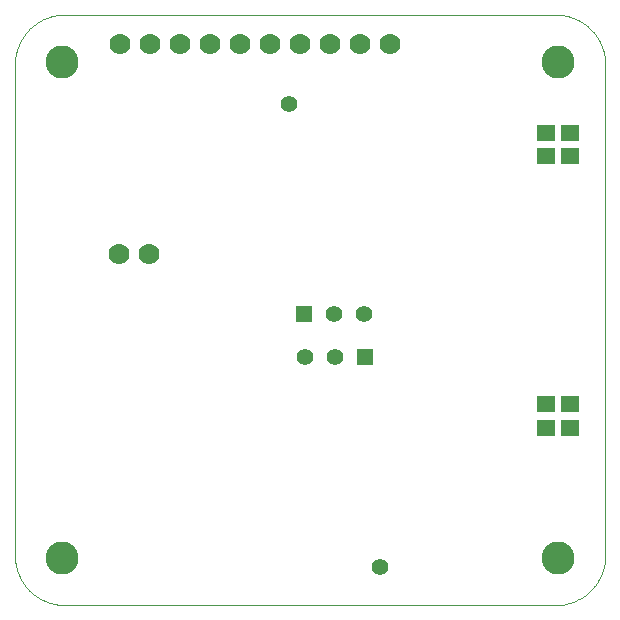
<source format=gbs>
G75*
%MOIN*%
%OFA0B0*%
%FSLAX25Y25*%
%IPPOS*%
%LPD*%
%AMOC8*
5,1,8,0,0,1.08239X$1,22.5*
%
%ADD10C,0.00000*%
%ADD11C,0.07000*%
%ADD12R,0.06306X0.05518*%
%ADD13C,0.05550*%
%ADD14R,0.05550X0.05550*%
%ADD15C,0.10636*%
%ADD16C,0.11024*%
D10*
X0001000Y0017703D02*
X0001000Y0181147D01*
X0011630Y0182102D02*
X0011632Y0182245D01*
X0011638Y0182388D01*
X0011648Y0182530D01*
X0011662Y0182672D01*
X0011680Y0182814D01*
X0011702Y0182956D01*
X0011727Y0183096D01*
X0011757Y0183236D01*
X0011791Y0183375D01*
X0011828Y0183513D01*
X0011870Y0183650D01*
X0011915Y0183785D01*
X0011964Y0183919D01*
X0012016Y0184052D01*
X0012072Y0184184D01*
X0012132Y0184313D01*
X0012196Y0184441D01*
X0012263Y0184568D01*
X0012334Y0184692D01*
X0012408Y0184814D01*
X0012485Y0184934D01*
X0012566Y0185052D01*
X0012650Y0185168D01*
X0012737Y0185281D01*
X0012827Y0185392D01*
X0012921Y0185500D01*
X0013017Y0185606D01*
X0013116Y0185708D01*
X0013219Y0185808D01*
X0013323Y0185905D01*
X0013431Y0186000D01*
X0013541Y0186091D01*
X0013654Y0186179D01*
X0013769Y0186263D01*
X0013886Y0186345D01*
X0014006Y0186423D01*
X0014127Y0186498D01*
X0014251Y0186570D01*
X0014377Y0186638D01*
X0014504Y0186702D01*
X0014634Y0186763D01*
X0014765Y0186820D01*
X0014897Y0186874D01*
X0015031Y0186923D01*
X0015166Y0186970D01*
X0015303Y0187012D01*
X0015441Y0187050D01*
X0015579Y0187085D01*
X0015719Y0187115D01*
X0015859Y0187142D01*
X0016000Y0187165D01*
X0016142Y0187184D01*
X0016284Y0187199D01*
X0016427Y0187210D01*
X0016569Y0187217D01*
X0016712Y0187220D01*
X0016855Y0187219D01*
X0016998Y0187214D01*
X0017141Y0187205D01*
X0017283Y0187192D01*
X0017425Y0187175D01*
X0017566Y0187154D01*
X0017707Y0187129D01*
X0017847Y0187101D01*
X0017986Y0187068D01*
X0018124Y0187031D01*
X0018261Y0186991D01*
X0018397Y0186947D01*
X0018532Y0186899D01*
X0018665Y0186847D01*
X0018797Y0186792D01*
X0018927Y0186733D01*
X0019056Y0186670D01*
X0019182Y0186604D01*
X0019307Y0186534D01*
X0019430Y0186461D01*
X0019550Y0186385D01*
X0019669Y0186305D01*
X0019785Y0186221D01*
X0019899Y0186135D01*
X0020010Y0186045D01*
X0020119Y0185953D01*
X0020225Y0185857D01*
X0020329Y0185759D01*
X0020430Y0185657D01*
X0020527Y0185553D01*
X0020622Y0185446D01*
X0020714Y0185337D01*
X0020803Y0185225D01*
X0020889Y0185110D01*
X0020971Y0184994D01*
X0021050Y0184874D01*
X0021126Y0184753D01*
X0021198Y0184630D01*
X0021267Y0184505D01*
X0021332Y0184378D01*
X0021394Y0184249D01*
X0021452Y0184118D01*
X0021507Y0183986D01*
X0021557Y0183852D01*
X0021604Y0183717D01*
X0021648Y0183581D01*
X0021687Y0183444D01*
X0021722Y0183305D01*
X0021754Y0183166D01*
X0021782Y0183026D01*
X0021806Y0182885D01*
X0021826Y0182743D01*
X0021842Y0182601D01*
X0021854Y0182459D01*
X0021862Y0182316D01*
X0021866Y0182173D01*
X0021866Y0182031D01*
X0021862Y0181888D01*
X0021854Y0181745D01*
X0021842Y0181603D01*
X0021826Y0181461D01*
X0021806Y0181319D01*
X0021782Y0181178D01*
X0021754Y0181038D01*
X0021722Y0180899D01*
X0021687Y0180760D01*
X0021648Y0180623D01*
X0021604Y0180487D01*
X0021557Y0180352D01*
X0021507Y0180218D01*
X0021452Y0180086D01*
X0021394Y0179955D01*
X0021332Y0179826D01*
X0021267Y0179699D01*
X0021198Y0179574D01*
X0021126Y0179451D01*
X0021050Y0179330D01*
X0020971Y0179210D01*
X0020889Y0179094D01*
X0020803Y0178979D01*
X0020714Y0178867D01*
X0020622Y0178758D01*
X0020527Y0178651D01*
X0020430Y0178547D01*
X0020329Y0178445D01*
X0020225Y0178347D01*
X0020119Y0178251D01*
X0020010Y0178159D01*
X0019899Y0178069D01*
X0019785Y0177983D01*
X0019669Y0177899D01*
X0019550Y0177819D01*
X0019430Y0177743D01*
X0019307Y0177670D01*
X0019182Y0177600D01*
X0019056Y0177534D01*
X0018927Y0177471D01*
X0018797Y0177412D01*
X0018665Y0177357D01*
X0018532Y0177305D01*
X0018397Y0177257D01*
X0018261Y0177213D01*
X0018124Y0177173D01*
X0017986Y0177136D01*
X0017847Y0177103D01*
X0017707Y0177075D01*
X0017566Y0177050D01*
X0017425Y0177029D01*
X0017283Y0177012D01*
X0017141Y0176999D01*
X0016998Y0176990D01*
X0016855Y0176985D01*
X0016712Y0176984D01*
X0016569Y0176987D01*
X0016427Y0176994D01*
X0016284Y0177005D01*
X0016142Y0177020D01*
X0016000Y0177039D01*
X0015859Y0177062D01*
X0015719Y0177089D01*
X0015579Y0177119D01*
X0015441Y0177154D01*
X0015303Y0177192D01*
X0015166Y0177234D01*
X0015031Y0177281D01*
X0014897Y0177330D01*
X0014765Y0177384D01*
X0014634Y0177441D01*
X0014504Y0177502D01*
X0014377Y0177566D01*
X0014251Y0177634D01*
X0014127Y0177706D01*
X0014006Y0177781D01*
X0013886Y0177859D01*
X0013769Y0177941D01*
X0013654Y0178025D01*
X0013541Y0178113D01*
X0013431Y0178204D01*
X0013323Y0178299D01*
X0013219Y0178396D01*
X0013116Y0178496D01*
X0013017Y0178598D01*
X0012921Y0178704D01*
X0012827Y0178812D01*
X0012737Y0178923D01*
X0012650Y0179036D01*
X0012566Y0179152D01*
X0012485Y0179270D01*
X0012408Y0179390D01*
X0012334Y0179512D01*
X0012263Y0179636D01*
X0012196Y0179763D01*
X0012132Y0179891D01*
X0012072Y0180020D01*
X0012016Y0180152D01*
X0011964Y0180285D01*
X0011915Y0180419D01*
X0011870Y0180554D01*
X0011828Y0180691D01*
X0011791Y0180829D01*
X0011757Y0180968D01*
X0011727Y0181108D01*
X0011702Y0181248D01*
X0011680Y0181390D01*
X0011662Y0181532D01*
X0011648Y0181674D01*
X0011638Y0181816D01*
X0011632Y0181959D01*
X0011630Y0182102D01*
X0001000Y0181147D02*
X0001005Y0181557D01*
X0001020Y0181967D01*
X0001045Y0182376D01*
X0001080Y0182784D01*
X0001126Y0183192D01*
X0001181Y0183598D01*
X0001246Y0184003D01*
X0001321Y0184406D01*
X0001406Y0184807D01*
X0001501Y0185205D01*
X0001605Y0185602D01*
X0001719Y0185996D01*
X0001843Y0186386D01*
X0001976Y0186774D01*
X0002119Y0187158D01*
X0002271Y0187539D01*
X0002433Y0187916D01*
X0002604Y0188288D01*
X0002783Y0188657D01*
X0002972Y0189021D01*
X0003170Y0189380D01*
X0003376Y0189734D01*
X0003591Y0190083D01*
X0003815Y0190427D01*
X0004047Y0190765D01*
X0004287Y0191097D01*
X0004535Y0191423D01*
X0004791Y0191743D01*
X0005055Y0192057D01*
X0005327Y0192364D01*
X0005606Y0192664D01*
X0005892Y0192958D01*
X0006186Y0193244D01*
X0006486Y0193523D01*
X0006793Y0193795D01*
X0007107Y0194059D01*
X0007427Y0194315D01*
X0007753Y0194563D01*
X0008085Y0194803D01*
X0008423Y0195035D01*
X0008767Y0195259D01*
X0009116Y0195474D01*
X0009470Y0195680D01*
X0009829Y0195878D01*
X0010193Y0196067D01*
X0010562Y0196246D01*
X0010934Y0196417D01*
X0011311Y0196579D01*
X0011692Y0196731D01*
X0012076Y0196874D01*
X0012464Y0197007D01*
X0012854Y0197131D01*
X0013248Y0197245D01*
X0013645Y0197349D01*
X0014043Y0197444D01*
X0014444Y0197529D01*
X0014847Y0197604D01*
X0015252Y0197669D01*
X0015658Y0197724D01*
X0016066Y0197770D01*
X0016474Y0197805D01*
X0016883Y0197830D01*
X0017293Y0197845D01*
X0017703Y0197850D01*
X0181147Y0197850D01*
X0176984Y0182102D02*
X0176986Y0182245D01*
X0176992Y0182388D01*
X0177002Y0182530D01*
X0177016Y0182672D01*
X0177034Y0182814D01*
X0177056Y0182956D01*
X0177081Y0183096D01*
X0177111Y0183236D01*
X0177145Y0183375D01*
X0177182Y0183513D01*
X0177224Y0183650D01*
X0177269Y0183785D01*
X0177318Y0183919D01*
X0177370Y0184052D01*
X0177426Y0184184D01*
X0177486Y0184313D01*
X0177550Y0184441D01*
X0177617Y0184568D01*
X0177688Y0184692D01*
X0177762Y0184814D01*
X0177839Y0184934D01*
X0177920Y0185052D01*
X0178004Y0185168D01*
X0178091Y0185281D01*
X0178181Y0185392D01*
X0178275Y0185500D01*
X0178371Y0185606D01*
X0178470Y0185708D01*
X0178573Y0185808D01*
X0178677Y0185905D01*
X0178785Y0186000D01*
X0178895Y0186091D01*
X0179008Y0186179D01*
X0179123Y0186263D01*
X0179240Y0186345D01*
X0179360Y0186423D01*
X0179481Y0186498D01*
X0179605Y0186570D01*
X0179731Y0186638D01*
X0179858Y0186702D01*
X0179988Y0186763D01*
X0180119Y0186820D01*
X0180251Y0186874D01*
X0180385Y0186923D01*
X0180520Y0186970D01*
X0180657Y0187012D01*
X0180795Y0187050D01*
X0180933Y0187085D01*
X0181073Y0187115D01*
X0181213Y0187142D01*
X0181354Y0187165D01*
X0181496Y0187184D01*
X0181638Y0187199D01*
X0181781Y0187210D01*
X0181923Y0187217D01*
X0182066Y0187220D01*
X0182209Y0187219D01*
X0182352Y0187214D01*
X0182495Y0187205D01*
X0182637Y0187192D01*
X0182779Y0187175D01*
X0182920Y0187154D01*
X0183061Y0187129D01*
X0183201Y0187101D01*
X0183340Y0187068D01*
X0183478Y0187031D01*
X0183615Y0186991D01*
X0183751Y0186947D01*
X0183886Y0186899D01*
X0184019Y0186847D01*
X0184151Y0186792D01*
X0184281Y0186733D01*
X0184410Y0186670D01*
X0184536Y0186604D01*
X0184661Y0186534D01*
X0184784Y0186461D01*
X0184904Y0186385D01*
X0185023Y0186305D01*
X0185139Y0186221D01*
X0185253Y0186135D01*
X0185364Y0186045D01*
X0185473Y0185953D01*
X0185579Y0185857D01*
X0185683Y0185759D01*
X0185784Y0185657D01*
X0185881Y0185553D01*
X0185976Y0185446D01*
X0186068Y0185337D01*
X0186157Y0185225D01*
X0186243Y0185110D01*
X0186325Y0184994D01*
X0186404Y0184874D01*
X0186480Y0184753D01*
X0186552Y0184630D01*
X0186621Y0184505D01*
X0186686Y0184378D01*
X0186748Y0184249D01*
X0186806Y0184118D01*
X0186861Y0183986D01*
X0186911Y0183852D01*
X0186958Y0183717D01*
X0187002Y0183581D01*
X0187041Y0183444D01*
X0187076Y0183305D01*
X0187108Y0183166D01*
X0187136Y0183026D01*
X0187160Y0182885D01*
X0187180Y0182743D01*
X0187196Y0182601D01*
X0187208Y0182459D01*
X0187216Y0182316D01*
X0187220Y0182173D01*
X0187220Y0182031D01*
X0187216Y0181888D01*
X0187208Y0181745D01*
X0187196Y0181603D01*
X0187180Y0181461D01*
X0187160Y0181319D01*
X0187136Y0181178D01*
X0187108Y0181038D01*
X0187076Y0180899D01*
X0187041Y0180760D01*
X0187002Y0180623D01*
X0186958Y0180487D01*
X0186911Y0180352D01*
X0186861Y0180218D01*
X0186806Y0180086D01*
X0186748Y0179955D01*
X0186686Y0179826D01*
X0186621Y0179699D01*
X0186552Y0179574D01*
X0186480Y0179451D01*
X0186404Y0179330D01*
X0186325Y0179210D01*
X0186243Y0179094D01*
X0186157Y0178979D01*
X0186068Y0178867D01*
X0185976Y0178758D01*
X0185881Y0178651D01*
X0185784Y0178547D01*
X0185683Y0178445D01*
X0185579Y0178347D01*
X0185473Y0178251D01*
X0185364Y0178159D01*
X0185253Y0178069D01*
X0185139Y0177983D01*
X0185023Y0177899D01*
X0184904Y0177819D01*
X0184784Y0177743D01*
X0184661Y0177670D01*
X0184536Y0177600D01*
X0184410Y0177534D01*
X0184281Y0177471D01*
X0184151Y0177412D01*
X0184019Y0177357D01*
X0183886Y0177305D01*
X0183751Y0177257D01*
X0183615Y0177213D01*
X0183478Y0177173D01*
X0183340Y0177136D01*
X0183201Y0177103D01*
X0183061Y0177075D01*
X0182920Y0177050D01*
X0182779Y0177029D01*
X0182637Y0177012D01*
X0182495Y0176999D01*
X0182352Y0176990D01*
X0182209Y0176985D01*
X0182066Y0176984D01*
X0181923Y0176987D01*
X0181781Y0176994D01*
X0181638Y0177005D01*
X0181496Y0177020D01*
X0181354Y0177039D01*
X0181213Y0177062D01*
X0181073Y0177089D01*
X0180933Y0177119D01*
X0180795Y0177154D01*
X0180657Y0177192D01*
X0180520Y0177234D01*
X0180385Y0177281D01*
X0180251Y0177330D01*
X0180119Y0177384D01*
X0179988Y0177441D01*
X0179858Y0177502D01*
X0179731Y0177566D01*
X0179605Y0177634D01*
X0179481Y0177706D01*
X0179360Y0177781D01*
X0179240Y0177859D01*
X0179123Y0177941D01*
X0179008Y0178025D01*
X0178895Y0178113D01*
X0178785Y0178204D01*
X0178677Y0178299D01*
X0178573Y0178396D01*
X0178470Y0178496D01*
X0178371Y0178598D01*
X0178275Y0178704D01*
X0178181Y0178812D01*
X0178091Y0178923D01*
X0178004Y0179036D01*
X0177920Y0179152D01*
X0177839Y0179270D01*
X0177762Y0179390D01*
X0177688Y0179512D01*
X0177617Y0179636D01*
X0177550Y0179763D01*
X0177486Y0179891D01*
X0177426Y0180020D01*
X0177370Y0180152D01*
X0177318Y0180285D01*
X0177269Y0180419D01*
X0177224Y0180554D01*
X0177182Y0180691D01*
X0177145Y0180829D01*
X0177111Y0180968D01*
X0177081Y0181108D01*
X0177056Y0181248D01*
X0177034Y0181390D01*
X0177016Y0181532D01*
X0177002Y0181674D01*
X0176992Y0181816D01*
X0176986Y0181959D01*
X0176984Y0182102D01*
X0181147Y0197850D02*
X0181551Y0197845D01*
X0181954Y0197830D01*
X0182357Y0197806D01*
X0182759Y0197772D01*
X0183160Y0197728D01*
X0183560Y0197675D01*
X0183959Y0197612D01*
X0184356Y0197539D01*
X0184751Y0197456D01*
X0185144Y0197365D01*
X0185535Y0197263D01*
X0185923Y0197153D01*
X0186309Y0197032D01*
X0186691Y0196903D01*
X0187070Y0196765D01*
X0187446Y0196617D01*
X0187818Y0196460D01*
X0188186Y0196295D01*
X0188550Y0196120D01*
X0188909Y0195937D01*
X0189264Y0195745D01*
X0189615Y0195544D01*
X0189960Y0195336D01*
X0190300Y0195119D01*
X0190635Y0194893D01*
X0190965Y0194660D01*
X0191288Y0194419D01*
X0191606Y0194170D01*
X0191918Y0193913D01*
X0192223Y0193649D01*
X0192522Y0193378D01*
X0192814Y0193100D01*
X0193100Y0192814D01*
X0193378Y0192522D01*
X0193649Y0192223D01*
X0193913Y0191918D01*
X0194170Y0191606D01*
X0194419Y0191288D01*
X0194660Y0190965D01*
X0194893Y0190635D01*
X0195119Y0190300D01*
X0195336Y0189960D01*
X0195544Y0189615D01*
X0195745Y0189264D01*
X0195937Y0188909D01*
X0196120Y0188550D01*
X0196295Y0188186D01*
X0196460Y0187818D01*
X0196617Y0187446D01*
X0196765Y0187070D01*
X0196903Y0186691D01*
X0197032Y0186309D01*
X0197153Y0185923D01*
X0197263Y0185535D01*
X0197365Y0185144D01*
X0197456Y0184751D01*
X0197539Y0184356D01*
X0197612Y0183959D01*
X0197675Y0183560D01*
X0197728Y0183160D01*
X0197772Y0182759D01*
X0197806Y0182357D01*
X0197830Y0181954D01*
X0197845Y0181551D01*
X0197850Y0181147D01*
X0197850Y0017703D01*
X0176984Y0016748D02*
X0176986Y0016891D01*
X0176992Y0017034D01*
X0177002Y0017176D01*
X0177016Y0017318D01*
X0177034Y0017460D01*
X0177056Y0017602D01*
X0177081Y0017742D01*
X0177111Y0017882D01*
X0177145Y0018021D01*
X0177182Y0018159D01*
X0177224Y0018296D01*
X0177269Y0018431D01*
X0177318Y0018565D01*
X0177370Y0018698D01*
X0177426Y0018830D01*
X0177486Y0018959D01*
X0177550Y0019087D01*
X0177617Y0019214D01*
X0177688Y0019338D01*
X0177762Y0019460D01*
X0177839Y0019580D01*
X0177920Y0019698D01*
X0178004Y0019814D01*
X0178091Y0019927D01*
X0178181Y0020038D01*
X0178275Y0020146D01*
X0178371Y0020252D01*
X0178470Y0020354D01*
X0178573Y0020454D01*
X0178677Y0020551D01*
X0178785Y0020646D01*
X0178895Y0020737D01*
X0179008Y0020825D01*
X0179123Y0020909D01*
X0179240Y0020991D01*
X0179360Y0021069D01*
X0179481Y0021144D01*
X0179605Y0021216D01*
X0179731Y0021284D01*
X0179858Y0021348D01*
X0179988Y0021409D01*
X0180119Y0021466D01*
X0180251Y0021520D01*
X0180385Y0021569D01*
X0180520Y0021616D01*
X0180657Y0021658D01*
X0180795Y0021696D01*
X0180933Y0021731D01*
X0181073Y0021761D01*
X0181213Y0021788D01*
X0181354Y0021811D01*
X0181496Y0021830D01*
X0181638Y0021845D01*
X0181781Y0021856D01*
X0181923Y0021863D01*
X0182066Y0021866D01*
X0182209Y0021865D01*
X0182352Y0021860D01*
X0182495Y0021851D01*
X0182637Y0021838D01*
X0182779Y0021821D01*
X0182920Y0021800D01*
X0183061Y0021775D01*
X0183201Y0021747D01*
X0183340Y0021714D01*
X0183478Y0021677D01*
X0183615Y0021637D01*
X0183751Y0021593D01*
X0183886Y0021545D01*
X0184019Y0021493D01*
X0184151Y0021438D01*
X0184281Y0021379D01*
X0184410Y0021316D01*
X0184536Y0021250D01*
X0184661Y0021180D01*
X0184784Y0021107D01*
X0184904Y0021031D01*
X0185023Y0020951D01*
X0185139Y0020867D01*
X0185253Y0020781D01*
X0185364Y0020691D01*
X0185473Y0020599D01*
X0185579Y0020503D01*
X0185683Y0020405D01*
X0185784Y0020303D01*
X0185881Y0020199D01*
X0185976Y0020092D01*
X0186068Y0019983D01*
X0186157Y0019871D01*
X0186243Y0019756D01*
X0186325Y0019640D01*
X0186404Y0019520D01*
X0186480Y0019399D01*
X0186552Y0019276D01*
X0186621Y0019151D01*
X0186686Y0019024D01*
X0186748Y0018895D01*
X0186806Y0018764D01*
X0186861Y0018632D01*
X0186911Y0018498D01*
X0186958Y0018363D01*
X0187002Y0018227D01*
X0187041Y0018090D01*
X0187076Y0017951D01*
X0187108Y0017812D01*
X0187136Y0017672D01*
X0187160Y0017531D01*
X0187180Y0017389D01*
X0187196Y0017247D01*
X0187208Y0017105D01*
X0187216Y0016962D01*
X0187220Y0016819D01*
X0187220Y0016677D01*
X0187216Y0016534D01*
X0187208Y0016391D01*
X0187196Y0016249D01*
X0187180Y0016107D01*
X0187160Y0015965D01*
X0187136Y0015824D01*
X0187108Y0015684D01*
X0187076Y0015545D01*
X0187041Y0015406D01*
X0187002Y0015269D01*
X0186958Y0015133D01*
X0186911Y0014998D01*
X0186861Y0014864D01*
X0186806Y0014732D01*
X0186748Y0014601D01*
X0186686Y0014472D01*
X0186621Y0014345D01*
X0186552Y0014220D01*
X0186480Y0014097D01*
X0186404Y0013976D01*
X0186325Y0013856D01*
X0186243Y0013740D01*
X0186157Y0013625D01*
X0186068Y0013513D01*
X0185976Y0013404D01*
X0185881Y0013297D01*
X0185784Y0013193D01*
X0185683Y0013091D01*
X0185579Y0012993D01*
X0185473Y0012897D01*
X0185364Y0012805D01*
X0185253Y0012715D01*
X0185139Y0012629D01*
X0185023Y0012545D01*
X0184904Y0012465D01*
X0184784Y0012389D01*
X0184661Y0012316D01*
X0184536Y0012246D01*
X0184410Y0012180D01*
X0184281Y0012117D01*
X0184151Y0012058D01*
X0184019Y0012003D01*
X0183886Y0011951D01*
X0183751Y0011903D01*
X0183615Y0011859D01*
X0183478Y0011819D01*
X0183340Y0011782D01*
X0183201Y0011749D01*
X0183061Y0011721D01*
X0182920Y0011696D01*
X0182779Y0011675D01*
X0182637Y0011658D01*
X0182495Y0011645D01*
X0182352Y0011636D01*
X0182209Y0011631D01*
X0182066Y0011630D01*
X0181923Y0011633D01*
X0181781Y0011640D01*
X0181638Y0011651D01*
X0181496Y0011666D01*
X0181354Y0011685D01*
X0181213Y0011708D01*
X0181073Y0011735D01*
X0180933Y0011765D01*
X0180795Y0011800D01*
X0180657Y0011838D01*
X0180520Y0011880D01*
X0180385Y0011927D01*
X0180251Y0011976D01*
X0180119Y0012030D01*
X0179988Y0012087D01*
X0179858Y0012148D01*
X0179731Y0012212D01*
X0179605Y0012280D01*
X0179481Y0012352D01*
X0179360Y0012427D01*
X0179240Y0012505D01*
X0179123Y0012587D01*
X0179008Y0012671D01*
X0178895Y0012759D01*
X0178785Y0012850D01*
X0178677Y0012945D01*
X0178573Y0013042D01*
X0178470Y0013142D01*
X0178371Y0013244D01*
X0178275Y0013350D01*
X0178181Y0013458D01*
X0178091Y0013569D01*
X0178004Y0013682D01*
X0177920Y0013798D01*
X0177839Y0013916D01*
X0177762Y0014036D01*
X0177688Y0014158D01*
X0177617Y0014282D01*
X0177550Y0014409D01*
X0177486Y0014537D01*
X0177426Y0014666D01*
X0177370Y0014798D01*
X0177318Y0014931D01*
X0177269Y0015065D01*
X0177224Y0015200D01*
X0177182Y0015337D01*
X0177145Y0015475D01*
X0177111Y0015614D01*
X0177081Y0015754D01*
X0177056Y0015894D01*
X0177034Y0016036D01*
X0177016Y0016178D01*
X0177002Y0016320D01*
X0176992Y0016462D01*
X0176986Y0016605D01*
X0176984Y0016748D01*
X0181147Y0001000D02*
X0181551Y0001005D01*
X0181954Y0001020D01*
X0182357Y0001044D01*
X0182759Y0001078D01*
X0183160Y0001122D01*
X0183560Y0001175D01*
X0183959Y0001238D01*
X0184356Y0001311D01*
X0184751Y0001394D01*
X0185144Y0001485D01*
X0185535Y0001587D01*
X0185923Y0001697D01*
X0186309Y0001818D01*
X0186691Y0001947D01*
X0187070Y0002085D01*
X0187446Y0002233D01*
X0187818Y0002390D01*
X0188186Y0002555D01*
X0188550Y0002730D01*
X0188909Y0002913D01*
X0189264Y0003105D01*
X0189615Y0003306D01*
X0189960Y0003514D01*
X0190300Y0003731D01*
X0190635Y0003957D01*
X0190965Y0004190D01*
X0191288Y0004431D01*
X0191606Y0004680D01*
X0191918Y0004937D01*
X0192223Y0005201D01*
X0192522Y0005472D01*
X0192814Y0005750D01*
X0193100Y0006036D01*
X0193378Y0006328D01*
X0193649Y0006627D01*
X0193913Y0006932D01*
X0194170Y0007244D01*
X0194419Y0007562D01*
X0194660Y0007885D01*
X0194893Y0008215D01*
X0195119Y0008550D01*
X0195336Y0008890D01*
X0195544Y0009235D01*
X0195745Y0009586D01*
X0195937Y0009941D01*
X0196120Y0010300D01*
X0196295Y0010664D01*
X0196460Y0011032D01*
X0196617Y0011404D01*
X0196765Y0011780D01*
X0196903Y0012159D01*
X0197032Y0012541D01*
X0197153Y0012927D01*
X0197263Y0013315D01*
X0197365Y0013706D01*
X0197456Y0014099D01*
X0197539Y0014494D01*
X0197612Y0014891D01*
X0197675Y0015290D01*
X0197728Y0015690D01*
X0197772Y0016091D01*
X0197806Y0016493D01*
X0197830Y0016896D01*
X0197845Y0017299D01*
X0197850Y0017703D01*
X0181147Y0001000D02*
X0017703Y0001000D01*
X0011630Y0016748D02*
X0011632Y0016891D01*
X0011638Y0017034D01*
X0011648Y0017176D01*
X0011662Y0017318D01*
X0011680Y0017460D01*
X0011702Y0017602D01*
X0011727Y0017742D01*
X0011757Y0017882D01*
X0011791Y0018021D01*
X0011828Y0018159D01*
X0011870Y0018296D01*
X0011915Y0018431D01*
X0011964Y0018565D01*
X0012016Y0018698D01*
X0012072Y0018830D01*
X0012132Y0018959D01*
X0012196Y0019087D01*
X0012263Y0019214D01*
X0012334Y0019338D01*
X0012408Y0019460D01*
X0012485Y0019580D01*
X0012566Y0019698D01*
X0012650Y0019814D01*
X0012737Y0019927D01*
X0012827Y0020038D01*
X0012921Y0020146D01*
X0013017Y0020252D01*
X0013116Y0020354D01*
X0013219Y0020454D01*
X0013323Y0020551D01*
X0013431Y0020646D01*
X0013541Y0020737D01*
X0013654Y0020825D01*
X0013769Y0020909D01*
X0013886Y0020991D01*
X0014006Y0021069D01*
X0014127Y0021144D01*
X0014251Y0021216D01*
X0014377Y0021284D01*
X0014504Y0021348D01*
X0014634Y0021409D01*
X0014765Y0021466D01*
X0014897Y0021520D01*
X0015031Y0021569D01*
X0015166Y0021616D01*
X0015303Y0021658D01*
X0015441Y0021696D01*
X0015579Y0021731D01*
X0015719Y0021761D01*
X0015859Y0021788D01*
X0016000Y0021811D01*
X0016142Y0021830D01*
X0016284Y0021845D01*
X0016427Y0021856D01*
X0016569Y0021863D01*
X0016712Y0021866D01*
X0016855Y0021865D01*
X0016998Y0021860D01*
X0017141Y0021851D01*
X0017283Y0021838D01*
X0017425Y0021821D01*
X0017566Y0021800D01*
X0017707Y0021775D01*
X0017847Y0021747D01*
X0017986Y0021714D01*
X0018124Y0021677D01*
X0018261Y0021637D01*
X0018397Y0021593D01*
X0018532Y0021545D01*
X0018665Y0021493D01*
X0018797Y0021438D01*
X0018927Y0021379D01*
X0019056Y0021316D01*
X0019182Y0021250D01*
X0019307Y0021180D01*
X0019430Y0021107D01*
X0019550Y0021031D01*
X0019669Y0020951D01*
X0019785Y0020867D01*
X0019899Y0020781D01*
X0020010Y0020691D01*
X0020119Y0020599D01*
X0020225Y0020503D01*
X0020329Y0020405D01*
X0020430Y0020303D01*
X0020527Y0020199D01*
X0020622Y0020092D01*
X0020714Y0019983D01*
X0020803Y0019871D01*
X0020889Y0019756D01*
X0020971Y0019640D01*
X0021050Y0019520D01*
X0021126Y0019399D01*
X0021198Y0019276D01*
X0021267Y0019151D01*
X0021332Y0019024D01*
X0021394Y0018895D01*
X0021452Y0018764D01*
X0021507Y0018632D01*
X0021557Y0018498D01*
X0021604Y0018363D01*
X0021648Y0018227D01*
X0021687Y0018090D01*
X0021722Y0017951D01*
X0021754Y0017812D01*
X0021782Y0017672D01*
X0021806Y0017531D01*
X0021826Y0017389D01*
X0021842Y0017247D01*
X0021854Y0017105D01*
X0021862Y0016962D01*
X0021866Y0016819D01*
X0021866Y0016677D01*
X0021862Y0016534D01*
X0021854Y0016391D01*
X0021842Y0016249D01*
X0021826Y0016107D01*
X0021806Y0015965D01*
X0021782Y0015824D01*
X0021754Y0015684D01*
X0021722Y0015545D01*
X0021687Y0015406D01*
X0021648Y0015269D01*
X0021604Y0015133D01*
X0021557Y0014998D01*
X0021507Y0014864D01*
X0021452Y0014732D01*
X0021394Y0014601D01*
X0021332Y0014472D01*
X0021267Y0014345D01*
X0021198Y0014220D01*
X0021126Y0014097D01*
X0021050Y0013976D01*
X0020971Y0013856D01*
X0020889Y0013740D01*
X0020803Y0013625D01*
X0020714Y0013513D01*
X0020622Y0013404D01*
X0020527Y0013297D01*
X0020430Y0013193D01*
X0020329Y0013091D01*
X0020225Y0012993D01*
X0020119Y0012897D01*
X0020010Y0012805D01*
X0019899Y0012715D01*
X0019785Y0012629D01*
X0019669Y0012545D01*
X0019550Y0012465D01*
X0019430Y0012389D01*
X0019307Y0012316D01*
X0019182Y0012246D01*
X0019056Y0012180D01*
X0018927Y0012117D01*
X0018797Y0012058D01*
X0018665Y0012003D01*
X0018532Y0011951D01*
X0018397Y0011903D01*
X0018261Y0011859D01*
X0018124Y0011819D01*
X0017986Y0011782D01*
X0017847Y0011749D01*
X0017707Y0011721D01*
X0017566Y0011696D01*
X0017425Y0011675D01*
X0017283Y0011658D01*
X0017141Y0011645D01*
X0016998Y0011636D01*
X0016855Y0011631D01*
X0016712Y0011630D01*
X0016569Y0011633D01*
X0016427Y0011640D01*
X0016284Y0011651D01*
X0016142Y0011666D01*
X0016000Y0011685D01*
X0015859Y0011708D01*
X0015719Y0011735D01*
X0015579Y0011765D01*
X0015441Y0011800D01*
X0015303Y0011838D01*
X0015166Y0011880D01*
X0015031Y0011927D01*
X0014897Y0011976D01*
X0014765Y0012030D01*
X0014634Y0012087D01*
X0014504Y0012148D01*
X0014377Y0012212D01*
X0014251Y0012280D01*
X0014127Y0012352D01*
X0014006Y0012427D01*
X0013886Y0012505D01*
X0013769Y0012587D01*
X0013654Y0012671D01*
X0013541Y0012759D01*
X0013431Y0012850D01*
X0013323Y0012945D01*
X0013219Y0013042D01*
X0013116Y0013142D01*
X0013017Y0013244D01*
X0012921Y0013350D01*
X0012827Y0013458D01*
X0012737Y0013569D01*
X0012650Y0013682D01*
X0012566Y0013798D01*
X0012485Y0013916D01*
X0012408Y0014036D01*
X0012334Y0014158D01*
X0012263Y0014282D01*
X0012196Y0014409D01*
X0012132Y0014537D01*
X0012072Y0014666D01*
X0012016Y0014798D01*
X0011964Y0014931D01*
X0011915Y0015065D01*
X0011870Y0015200D01*
X0011828Y0015337D01*
X0011791Y0015475D01*
X0011757Y0015614D01*
X0011727Y0015754D01*
X0011702Y0015894D01*
X0011680Y0016036D01*
X0011662Y0016178D01*
X0011648Y0016320D01*
X0011638Y0016462D01*
X0011632Y0016605D01*
X0011630Y0016748D01*
X0001000Y0017703D02*
X0001005Y0017293D01*
X0001020Y0016883D01*
X0001045Y0016474D01*
X0001080Y0016066D01*
X0001126Y0015658D01*
X0001181Y0015252D01*
X0001246Y0014847D01*
X0001321Y0014444D01*
X0001406Y0014043D01*
X0001501Y0013645D01*
X0001605Y0013248D01*
X0001719Y0012854D01*
X0001843Y0012464D01*
X0001976Y0012076D01*
X0002119Y0011692D01*
X0002271Y0011311D01*
X0002433Y0010934D01*
X0002604Y0010562D01*
X0002783Y0010193D01*
X0002972Y0009829D01*
X0003170Y0009470D01*
X0003376Y0009116D01*
X0003591Y0008767D01*
X0003815Y0008423D01*
X0004047Y0008085D01*
X0004287Y0007753D01*
X0004535Y0007427D01*
X0004791Y0007107D01*
X0005055Y0006793D01*
X0005327Y0006486D01*
X0005606Y0006186D01*
X0005892Y0005892D01*
X0006186Y0005606D01*
X0006486Y0005327D01*
X0006793Y0005055D01*
X0007107Y0004791D01*
X0007427Y0004535D01*
X0007753Y0004287D01*
X0008085Y0004047D01*
X0008423Y0003815D01*
X0008767Y0003591D01*
X0009116Y0003376D01*
X0009470Y0003170D01*
X0009829Y0002972D01*
X0010193Y0002783D01*
X0010562Y0002604D01*
X0010934Y0002433D01*
X0011311Y0002271D01*
X0011692Y0002119D01*
X0012076Y0001976D01*
X0012464Y0001843D01*
X0012854Y0001719D01*
X0013248Y0001605D01*
X0013645Y0001501D01*
X0014043Y0001406D01*
X0014444Y0001321D01*
X0014847Y0001246D01*
X0015252Y0001181D01*
X0015658Y0001126D01*
X0016066Y0001080D01*
X0016474Y0001045D01*
X0016883Y0001020D01*
X0017293Y0001005D01*
X0017703Y0001000D01*
D11*
X0035764Y0117929D03*
X0045764Y0117929D03*
X0045921Y0187969D03*
X0035921Y0187969D03*
X0055921Y0187969D03*
X0065921Y0187969D03*
X0075921Y0187969D03*
X0085921Y0187969D03*
X0095921Y0187969D03*
X0105921Y0187969D03*
X0115921Y0187969D03*
X0125921Y0187969D03*
D12*
X0178165Y0158480D03*
X0178165Y0150606D03*
X0186039Y0150606D03*
X0186039Y0158480D03*
X0186039Y0067929D03*
X0178165Y0067929D03*
X0178165Y0060055D03*
X0186039Y0060055D03*
D13*
X0122811Y0013776D03*
X0107811Y0083776D03*
X0097811Y0083776D03*
X0107500Y0098224D03*
X0117500Y0098224D03*
X0092500Y0168224D03*
D14*
X0097500Y0098224D03*
X0117811Y0083776D03*
D15*
X0182102Y0016748D03*
X0016748Y0016748D03*
X0016748Y0182102D03*
X0182102Y0182102D03*
D16*
X0182102Y0182102D03*
X0182102Y0016748D03*
X0016748Y0016748D03*
X0016748Y0182102D03*
M02*

</source>
